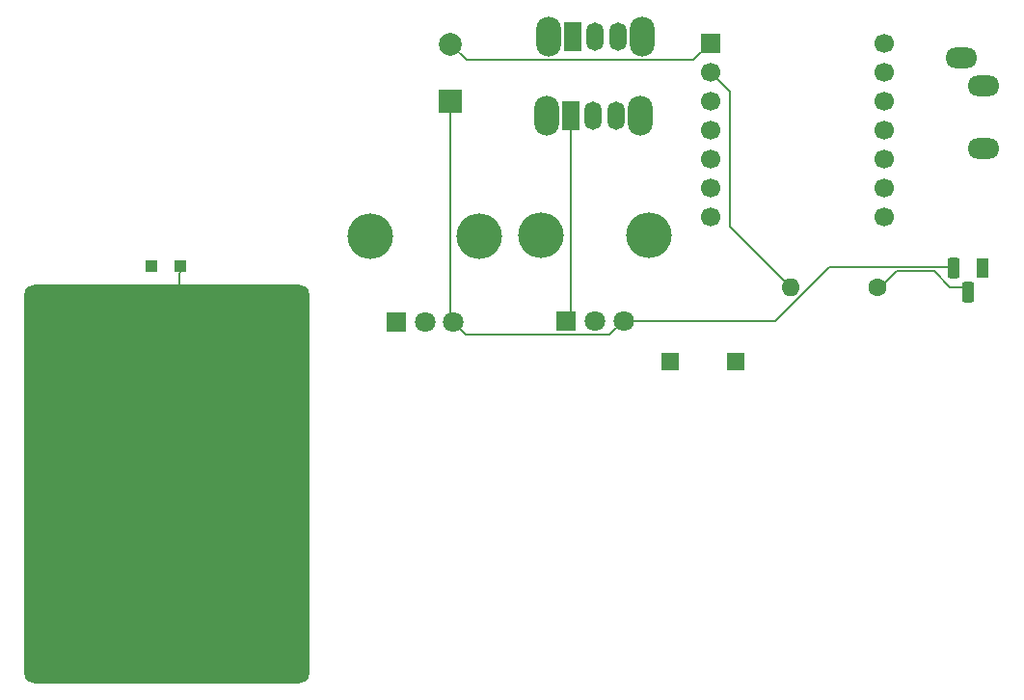
<source format=gbr>
%TF.GenerationSoftware,KiCad,Pcbnew,8.0.5*%
%TF.CreationDate,2025-07-03T02:12:50-07:00*%
%TF.ProjectId,Penguin_Paddle,50656e67-7569-46e5-9f50-6164646c652e, 4*%
%TF.SameCoordinates,Original*%
%TF.FileFunction,Copper,L2,Bot*%
%TF.FilePolarity,Positive*%
%FSLAX46Y46*%
G04 Gerber Fmt 4.6, Leading zero omitted, Abs format (unit mm)*
G04 Created by KiCad (PCBNEW 8.0.5) date 2025-07-03 02:12:50*
%MOMM*%
%LPD*%
G01*
G04 APERTURE LIST*
G04 Aperture macros list*
%AMRoundRect*
0 Rectangle with rounded corners*
0 $1 Rounding radius*
0 $2 $3 $4 $5 $6 $7 $8 $9 X,Y pos of 4 corners*
0 Add a 4 corners polygon primitive as box body*
4,1,4,$2,$3,$4,$5,$6,$7,$8,$9,$2,$3,0*
0 Add four circle primitives for the rounded corners*
1,1,$1+$1,$2,$3*
1,1,$1+$1,$4,$5*
1,1,$1+$1,$6,$7*
1,1,$1+$1,$8,$9*
0 Add four rect primitives between the rounded corners*
20,1,$1+$1,$2,$3,$4,$5,0*
20,1,$1+$1,$4,$5,$6,$7,0*
20,1,$1+$1,$6,$7,$8,$9,0*
20,1,$1+$1,$8,$9,$2,$3,0*%
G04 Aperture macros list end*
%TA.AperFunction,NonConductor*%
%ADD10C,0.200000*%
%TD*%
%TA.AperFunction,ComponentPad*%
%ADD11RoundRect,0.250000X-0.550000X-0.550000X0.550000X-0.550000X0.550000X0.550000X-0.550000X0.550000X0*%
%TD*%
%TA.AperFunction,ComponentPad*%
%ADD12R,1.100000X1.800000*%
%TD*%
%TA.AperFunction,ComponentPad*%
%ADD13RoundRect,0.275000X0.275000X0.625000X-0.275000X0.625000X-0.275000X-0.625000X0.275000X-0.625000X0*%
%TD*%
%TA.AperFunction,ComponentPad*%
%ADD14O,4.000000X4.000000*%
%TD*%
%TA.AperFunction,ComponentPad*%
%ADD15R,1.800000X1.800000*%
%TD*%
%TA.AperFunction,ComponentPad*%
%ADD16C,1.800000*%
%TD*%
%TA.AperFunction,ComponentPad*%
%ADD17R,1.000000X1.000000*%
%TD*%
%TA.AperFunction,ComponentPad*%
%ADD18R,1.700000X1.700000*%
%TD*%
%TA.AperFunction,ComponentPad*%
%ADD19C,1.700000*%
%TD*%
%TA.AperFunction,ComponentPad*%
%ADD20O,2.800000X1.800000*%
%TD*%
%TA.AperFunction,ComponentPad*%
%ADD21R,2.000000X2.000000*%
%TD*%
%TA.AperFunction,ComponentPad*%
%ADD22C,2.000000*%
%TD*%
%TA.AperFunction,ComponentPad*%
%ADD23C,1.600000*%
%TD*%
%TA.AperFunction,ComponentPad*%
%ADD24O,1.600000X1.600000*%
%TD*%
%TA.AperFunction,ComponentPad*%
%ADD25O,2.200000X3.500000*%
%TD*%
%TA.AperFunction,ComponentPad*%
%ADD26R,1.500000X2.500000*%
%TD*%
%TA.AperFunction,ComponentPad*%
%ADD27O,1.500000X2.500000*%
%TD*%
%TA.AperFunction,TestPad*%
%ADD28RoundRect,0.833333X11.666667X16.666667X-11.666667X16.666667X-11.666667X-16.666667X11.666667X-16.666667X0*%
%TD*%
%TA.AperFunction,Conductor*%
%ADD29C,0.200000*%
%TD*%
G04 APERTURE END LIST*
D10*
X178380000Y-105060000D02*
X177230000Y-122580000D01*
D11*
%TO.P,J3,1,Pin_1*%
%TO.N,Net-(J3-Pin_1)*%
X221410000Y-113480000D03*
%TD*%
D12*
%TO.P,Q1,1,C*%
%TO.N,Net-(Q1-C)*%
X248870000Y-105260000D03*
D13*
%TO.P,Q1,2,B*%
%TO.N,Net-(Q1-B)*%
X247600000Y-107330000D03*
%TO.P,Q1,3,E*%
%TO.N,GND*%
X246330000Y-105260000D03*
%TD*%
D14*
%TO.P,RV2,*%
%TO.N,*%
X195140000Y-102485000D03*
X204640000Y-102485000D03*
D15*
%TO.P,RV2,1,1*%
%TO.N,+3V3*%
X197390000Y-109985000D03*
D16*
%TO.P,RV2,2,2*%
%TO.N,Net-(U1-GPIO5{slash}D4{slash}I2C_SDA)*%
X199890000Y-109985000D03*
%TO.P,RV2,3,3*%
%TO.N,GND*%
X202390000Y-109985000D03*
%TD*%
D14*
%TO.P,RV1,*%
%TO.N,*%
X210080000Y-102355000D03*
X219580000Y-102355000D03*
D15*
%TO.P,RV1,1,1*%
%TO.N,+3V3*%
X212330000Y-109855000D03*
D16*
%TO.P,RV1,2,2*%
%TO.N,Net-(U1-GPIO9{slash}D5{slash}I2C_SCL)*%
X214830000Y-109855000D03*
%TO.P,RV1,3,3*%
%TO.N,GND*%
X217330000Y-109855000D03*
%TD*%
D17*
%TO.P,REF\u002A\u002A,1*%
%TO.N,N/C*%
X175890000Y-105040000D03*
%TD*%
D18*
%TO.P,U1,1,GPIO1/D0/A0*%
%TO.N,Net-(U1-GPIO1{slash}D0{slash}A0)*%
X224980000Y-85480000D03*
D19*
%TO.P,U1,2,GPIO2/DA/A1*%
%TO.N,Net-(U1-GPIO2{slash}DA{slash}A1)*%
X224980000Y-88020000D03*
%TO.P,U1,3,GPIO3/D2/A2*%
%TO.N,Net-(SW1-B)*%
X224980000Y-90560000D03*
%TO.P,U1,4,GPIO4/D3/A3*%
%TO.N,Net-(SW2-B)*%
X224980000Y-93100000D03*
%TO.P,U1,5,GPIO5/D4/I2C_SDA*%
%TO.N,Net-(U1-GPIO5{slash}D4{slash}I2C_SDA)*%
X224980000Y-95640000D03*
%TO.P,U1,6,GPIO9/D5/I2C_SCL*%
%TO.N,Net-(U1-GPIO9{slash}D5{slash}I2C_SCL)*%
X224980000Y-98180000D03*
%TO.P,U1,7,U0TXD/D6/TX*%
%TO.N,unconnected-(U1-U0TXD{slash}D6{slash}TX-Pad7)*%
X224980000Y-100720000D03*
%TO.P,U1,8,U0RXD/D7/RX*%
%TO.N,unconnected-(U1-U0RXD{slash}D7{slash}RX-Pad8)*%
X240230000Y-100720000D03*
%TO.P,U1,9,GPIO7/D8/A8/SCK*%
%TO.N,Net-(J1-Pin_1)*%
X240230000Y-98180000D03*
%TO.P,U1,10,GPIO8/D9/A9/MISO*%
%TO.N,Net-(J3-Pin_1)*%
X240230000Y-95640000D03*
%TO.P,U1,11,GPIO9/D10/A10/MOSI*%
%TO.N,unconnected-(U1-GPIO9{slash}D10{slash}A10{slash}MOSI-Pad11)*%
X240230000Y-93100000D03*
%TO.P,U1,12,VCC_3V3*%
%TO.N,+3V3*%
X240230000Y-90560000D03*
%TO.P,U1,13,GND*%
%TO.N,GND*%
X240230000Y-88020000D03*
%TO.P,U1,14,VBUS*%
%TO.N,unconnected-(U1-VBUS-Pad14)*%
X240230000Y-85480000D03*
%TD*%
D11*
%TO.P,J1,1,Pin_1*%
%TO.N,Net-(J1-Pin_1)*%
X227170000Y-113460000D03*
%TD*%
D20*
%TO.P,J2,R*%
%TO.N,Net-(Q1-C)*%
X248960000Y-94700000D03*
%TO.P,J2,S*%
X246960000Y-86800000D03*
%TO.P,J2,T*%
X248960000Y-89200000D03*
%TD*%
D21*
%TO.P,LS1,1*%
%TO.N,GND*%
X202170000Y-90580000D03*
D22*
%TO.P,LS1,2*%
%TO.N,Net-(U1-GPIO1{slash}D0{slash}A0)*%
X202170000Y-85580000D03*
%TD*%
D23*
%TO.P,R1,1*%
%TO.N,Net-(Q1-B)*%
X239650000Y-106960000D03*
D24*
%TO.P,R1,2*%
%TO.N,Net-(U1-GPIO2{slash}DA{slash}A1)*%
X232030000Y-106960000D03*
%TD*%
D25*
%TO.P,SW2,*%
%TO.N,*%
X210580000Y-91840000D03*
X218780000Y-91840000D03*
D26*
%TO.P,SW2,1,A*%
%TO.N,+3V3*%
X212680000Y-91840000D03*
D27*
%TO.P,SW2,2,B*%
%TO.N,Net-(SW2-B)*%
X214680000Y-91840000D03*
%TO.P,SW2,3*%
%TO.N,N/C*%
X216680000Y-91840000D03*
%TD*%
D25*
%TO.P,SW1,*%
%TO.N,*%
X210770000Y-84910000D03*
X218970000Y-84910000D03*
D26*
%TO.P,SW1,1,A*%
%TO.N,+3V3*%
X212870000Y-84910000D03*
D27*
%TO.P,SW1,2,B*%
%TO.N,Net-(SW1-B)*%
X214870000Y-84910000D03*
%TO.P,SW1,3*%
%TO.N,N/C*%
X216870000Y-84910000D03*
%TD*%
D17*
%TO.P,REF\u002A\u002A,1*%
%TO.N,N/C*%
X178380000Y-105060000D03*
%TD*%
D28*
%TO.P,,1,1*%
%TO.N,N/C*%
X177230000Y-124205000D03*
%TD*%
D29*
%TO.N,Net-(Q1-B)*%
X244590000Y-105520000D02*
X246000000Y-106930000D01*
X241370000Y-105520000D02*
X244590000Y-105520000D01*
X239930000Y-106960000D02*
X241370000Y-105520000D01*
X246000000Y-106930000D02*
X247600000Y-106930000D01*
%TO.N,GND*%
X216130000Y-111055000D02*
X217330000Y-109855000D01*
X202390000Y-109985000D02*
X203460000Y-111055000D01*
X235425635Y-105120000D02*
X230690635Y-109855000D01*
X202170000Y-90580000D02*
X202170000Y-109765000D01*
X230690635Y-109855000D02*
X217330000Y-109855000D01*
X245790000Y-105120000D02*
X235425635Y-105120000D01*
X246330000Y-105660000D02*
X245790000Y-105120000D01*
X202170000Y-109765000D02*
X202390000Y-109985000D01*
X203460000Y-111055000D02*
X216130000Y-111055000D01*
%TO.N,Net-(U1-GPIO2{slash}DA{slash}A1)*%
X226690000Y-89775000D02*
X225045000Y-88130000D01*
X225230000Y-88130000D02*
X225045000Y-88130000D01*
X226690000Y-101620000D02*
X226690000Y-89775000D01*
X232030000Y-106960000D02*
X226690000Y-101620000D01*
%TO.N,+3V3*%
X212330000Y-109855000D02*
X212680000Y-109505000D01*
X212680000Y-109505000D02*
X212680000Y-91840000D01*
%TO.N,Net-(U1-GPIO1{slash}D0{slash}A0)*%
X203550000Y-86960000D02*
X223500000Y-86960000D01*
X223500000Y-86960000D02*
X224980000Y-85480000D01*
X202170000Y-85580000D02*
X203550000Y-86960000D01*
%TD*%
M02*

</source>
